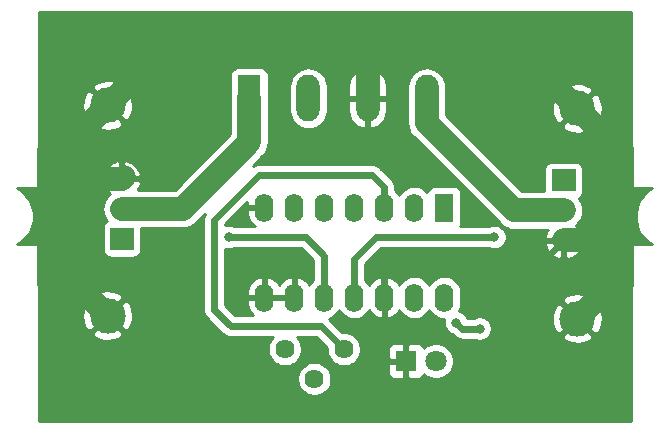
<source format=gbr>
%TF.GenerationSoftware,KiCad,Pcbnew,(5.1.6)-1*%
%TF.CreationDate,2021-10-24T20:30:52+03:00*%
%TF.ProjectId,INTERVER_OSCILLATER,494e5445-5256-4455-925f-4f5343494c4c,0*%
%TF.SameCoordinates,Original*%
%TF.FileFunction,Copper,L2,Bot*%
%TF.FilePolarity,Positive*%
%FSLAX46Y46*%
G04 Gerber Fmt 4.6, Leading zero omitted, Abs format (unit mm)*
G04 Created by KiCad (PCBNEW (5.1.6)-1) date 2021-10-24 20:30:52*
%MOMM*%
%LPD*%
G01*
G04 APERTURE LIST*
%TA.AperFunction,ComponentPad*%
%ADD10C,3.000000*%
%TD*%
%TA.AperFunction,ComponentPad*%
%ADD11R,1.980000X3.960000*%
%TD*%
%TA.AperFunction,ComponentPad*%
%ADD12O,1.980000X3.960000*%
%TD*%
%TA.AperFunction,ComponentPad*%
%ADD13R,1.600000X2.400000*%
%TD*%
%TA.AperFunction,ComponentPad*%
%ADD14O,1.600000X2.400000*%
%TD*%
%TA.AperFunction,ComponentPad*%
%ADD15R,1.800000X1.800000*%
%TD*%
%TA.AperFunction,ComponentPad*%
%ADD16C,1.800000*%
%TD*%
%TA.AperFunction,ComponentPad*%
%ADD17O,2.000000X1.905000*%
%TD*%
%TA.AperFunction,ComponentPad*%
%ADD18R,2.000000X1.905000*%
%TD*%
%TA.AperFunction,ComponentPad*%
%ADD19C,1.620000*%
%TD*%
%TA.AperFunction,ViaPad*%
%ADD20C,0.800000*%
%TD*%
%TA.AperFunction,Conductor*%
%ADD21C,0.580000*%
%TD*%
%TA.AperFunction,Conductor*%
%ADD22C,2.000000*%
%TD*%
%TA.AperFunction,Conductor*%
%ADD23C,0.254000*%
%TD*%
G04 APERTURE END LIST*
D10*
%TO.P,HS1,1*%
%TO.N,GND*%
X175750000Y-105650000D03*
X175750000Y-87850000D03*
%TD*%
%TO.P,HS2,1*%
%TO.N,GND*%
X136000000Y-105400000D03*
X136000000Y-87600000D03*
%TD*%
D11*
%TO.P,J1,1*%
%TO.N,/T_SIDE_1*%
X148000000Y-87000000D03*
D12*
%TO.P,J1,2*%
%TO.N,VCC*%
X153000000Y-87000000D03*
%TO.P,J1,4*%
%TO.N,/T_SIDE_2*%
X163000000Y-87000000D03*
%TO.P,J1,3*%
%TO.N,GND*%
X158000000Y-87000000D03*
%TD*%
D13*
%TO.P,U1,1*%
%TO.N,Net-(C1-Pad1)*%
X164500000Y-96250000D03*
D14*
%TO.P,U1,8*%
%TO.N,GND*%
X149260000Y-103870000D03*
%TO.P,U1,2*%
%TO.N,Net-(RV1-Pad3)*%
X161960000Y-96250000D03*
%TO.P,U1,9*%
%TO.N,GND*%
X151800000Y-103870000D03*
%TO.P,U1,3*%
%TO.N,Net-(C1-Pad2)*%
X159420000Y-96250000D03*
%TO.P,U1,10*%
%TO.N,Net-(R2-Pad2)*%
X154340000Y-103870000D03*
%TO.P,U1,4*%
%TO.N,Net-(R1-Pad1)*%
X156880000Y-96250000D03*
%TO.P,U1,11*%
%TO.N,Net-(R3-Pad2)*%
X156880000Y-103870000D03*
%TO.P,U1,5*%
%TO.N,Net-(R1-Pad1)*%
X154340000Y-96250000D03*
%TO.P,U1,12*%
%TO.N,GND*%
X159420000Y-103870000D03*
%TO.P,U1,6*%
%TO.N,Net-(R1-Pad1)*%
X151800000Y-96250000D03*
%TO.P,U1,13*%
%TO.N,Net-(U1-Pad13)*%
X161960000Y-103870000D03*
%TO.P,U1,7*%
%TO.N,GND*%
X149260000Y-96250000D03*
%TO.P,U1,14*%
%TO.N,Net-(R1-Pad1)*%
X164500000Y-103870000D03*
%TD*%
D15*
%TO.P,D1,1*%
%TO.N,GND*%
X161250000Y-109250000D03*
D16*
%TO.P,D1,2*%
%TO.N,Net-(D1-Pad2)*%
X163790000Y-109250000D03*
%TD*%
D17*
%TO.P,Q1,3*%
%TO.N,GND*%
X174600000Y-99040000D03*
%TO.P,Q1,2*%
%TO.N,/T_SIDE_2*%
X174600000Y-96500000D03*
D18*
%TO.P,Q1,1*%
%TO.N,Net-(Q1-Pad1)*%
X174600000Y-93960000D03*
%TD*%
%TO.P,Q2,1*%
%TO.N,Net-(Q2-Pad1)*%
X137200000Y-98900000D03*
D17*
%TO.P,Q2,2*%
%TO.N,/T_SIDE_1*%
X137200000Y-96360000D03*
%TO.P,Q2,3*%
%TO.N,GND*%
X137200000Y-93820000D03*
%TD*%
D19*
%TO.P,RV1,3*%
%TO.N,Net-(RV1-Pad3)*%
X151000000Y-108250000D03*
%TO.P,RV1,2*%
%TO.N,Net-(C1-Pad2)*%
X153500000Y-110750000D03*
%TO.P,RV1,1*%
X156000000Y-108250000D03*
%TD*%
D20*
%TO.N,VCC*%
X167500000Y-106500000D03*
X165500000Y-106000000D03*
%TO.N,Net-(R2-Pad2)*%
X146250000Y-98750000D03*
%TO.N,Net-(R3-Pad2)*%
X168750000Y-98750000D03*
%TD*%
D21*
%TO.N,Net-(C1-Pad2)*%
X159420000Y-96250000D02*
X159420000Y-94520000D01*
X159420000Y-94520000D02*
X158400000Y-93500000D01*
X158400000Y-93500000D02*
X148800000Y-93500000D01*
X148800000Y-93500000D02*
X145000000Y-97300000D01*
X145000000Y-97300000D02*
X145000000Y-104900000D01*
X145000000Y-104900000D02*
X146400000Y-106300000D01*
X154050000Y-106300000D02*
X156000000Y-108250000D01*
X146400000Y-106300000D02*
X154050000Y-106300000D01*
D22*
%TO.N,GND*%
X137350000Y-93670000D02*
X137200000Y-93820000D01*
X177249999Y-104150001D02*
X175750000Y-105650000D01*
X175750000Y-87850000D02*
X177249999Y-89349999D01*
X176740000Y-99040000D02*
X177249999Y-99549999D01*
X174600000Y-99040000D02*
X176740000Y-99040000D01*
X177249999Y-89349999D02*
X177249999Y-99549999D01*
X177249999Y-99549999D02*
X177249999Y-104150001D01*
X134500001Y-89099999D02*
X136000000Y-87600000D01*
X136000000Y-105400000D02*
X134500001Y-103900001D01*
X134880000Y-93820000D02*
X134500001Y-94199999D01*
X137200000Y-93820000D02*
X134880000Y-93820000D01*
X134500001Y-103900001D02*
X134500001Y-94199999D01*
X134500001Y-94199999D02*
X134500001Y-89099999D01*
D21*
X159739999Y-100350001D02*
X159420000Y-100670000D01*
X159420000Y-100670000D02*
X159420000Y-103870000D01*
X173289999Y-100350001D02*
X159739999Y-100350001D01*
X174600000Y-99040000D02*
X173289999Y-100350001D01*
D22*
X136000000Y-87600000D02*
X140600000Y-83000000D01*
X170900000Y-83000000D02*
X175750000Y-87850000D01*
X158000000Y-83500000D02*
X158500000Y-83000000D01*
X158000000Y-87000000D02*
X158000000Y-83500000D01*
X140600000Y-83000000D02*
X158500000Y-83000000D01*
X158500000Y-83000000D02*
X170900000Y-83000000D01*
%TO.N,/T_SIDE_1*%
X148000000Y-87000000D02*
X148000000Y-90700000D01*
X142340000Y-96360000D02*
X137200000Y-96360000D01*
X148000000Y-90700000D02*
X142340000Y-96360000D01*
D21*
%TO.N,VCC*%
X167500000Y-106500000D02*
X166000000Y-106500000D01*
X166000000Y-106500000D02*
X165500000Y-106000000D01*
D22*
%TO.N,/T_SIDE_2*%
X163000000Y-87000000D02*
X163000000Y-89100000D01*
X170400000Y-96500000D02*
X174600000Y-96500000D01*
X163000000Y-89100000D02*
X170400000Y-96500000D01*
D21*
%TO.N,Net-(R2-Pad2)*%
X154340000Y-100340000D02*
X154340000Y-103870000D01*
X152750000Y-98750000D02*
X154340000Y-100340000D01*
X146250000Y-98750000D02*
X152750000Y-98750000D01*
%TO.N,Net-(R3-Pad2)*%
X158750000Y-98750000D02*
X168750000Y-98750000D01*
X156880000Y-100620000D02*
X158750000Y-98750000D01*
X156880000Y-103870000D02*
X156880000Y-100620000D01*
%TD*%
D23*
%TO.N,GND*%
G36*
X180340000Y-91032418D02*
G01*
X180349550Y-91129382D01*
X180373000Y-91206685D01*
X180373000Y-94500000D01*
X180375440Y-94524776D01*
X180382667Y-94548601D01*
X180394403Y-94570557D01*
X180410197Y-94589803D01*
X180429443Y-94605597D01*
X180451399Y-94617333D01*
X180475224Y-94624560D01*
X180500000Y-94627000D01*
X182078990Y-94627000D01*
X181699225Y-94880751D01*
X181319199Y-95260777D01*
X181020614Y-95707641D01*
X180814945Y-96204169D01*
X180710096Y-96731281D01*
X180710096Y-97268719D01*
X180814945Y-97795831D01*
X181020614Y-98292359D01*
X181319199Y-98739223D01*
X181699225Y-99119249D01*
X182078990Y-99373000D01*
X180500000Y-99373000D01*
X180475224Y-99375440D01*
X180451399Y-99382667D01*
X180429443Y-99394403D01*
X180410197Y-99410197D01*
X180394403Y-99429443D01*
X180382667Y-99451399D01*
X180375440Y-99475224D01*
X180373000Y-99500000D01*
X180373000Y-102793315D01*
X180349550Y-102870618D01*
X180340000Y-102967582D01*
X180340001Y-114340000D01*
X130160000Y-114340000D01*
X130160000Y-110607680D01*
X152055000Y-110607680D01*
X152055000Y-110892320D01*
X152110530Y-111171491D01*
X152219457Y-111434464D01*
X152377595Y-111671134D01*
X152578866Y-111872405D01*
X152815536Y-112030543D01*
X153078509Y-112139470D01*
X153357680Y-112195000D01*
X153642320Y-112195000D01*
X153921491Y-112139470D01*
X154184464Y-112030543D01*
X154421134Y-111872405D01*
X154622405Y-111671134D01*
X154780543Y-111434464D01*
X154889470Y-111171491D01*
X154945000Y-110892320D01*
X154945000Y-110607680D01*
X154889470Y-110328509D01*
X154815530Y-110150000D01*
X159711928Y-110150000D01*
X159724188Y-110274482D01*
X159760498Y-110394180D01*
X159819463Y-110504494D01*
X159898815Y-110601185D01*
X159995506Y-110680537D01*
X160105820Y-110739502D01*
X160225518Y-110775812D01*
X160350000Y-110788072D01*
X160964250Y-110785000D01*
X161123000Y-110626250D01*
X161123000Y-109377000D01*
X159873750Y-109377000D01*
X159715000Y-109535750D01*
X159711928Y-110150000D01*
X154815530Y-110150000D01*
X154780543Y-110065536D01*
X154622405Y-109828866D01*
X154421134Y-109627595D01*
X154184464Y-109469457D01*
X153921491Y-109360530D01*
X153642320Y-109305000D01*
X153357680Y-109305000D01*
X153078509Y-109360530D01*
X152815536Y-109469457D01*
X152578866Y-109627595D01*
X152377595Y-109828866D01*
X152219457Y-110065536D01*
X152110530Y-110328509D01*
X152055000Y-110607680D01*
X130160000Y-110607680D01*
X130160000Y-106891653D01*
X134687952Y-106891653D01*
X134843962Y-107207214D01*
X135218745Y-107398020D01*
X135623551Y-107512044D01*
X136042824Y-107544902D01*
X136460451Y-107495334D01*
X136860383Y-107365243D01*
X137156038Y-107207214D01*
X137312048Y-106891653D01*
X136000000Y-105579605D01*
X134687952Y-106891653D01*
X130160000Y-106891653D01*
X130160000Y-105442824D01*
X133855098Y-105442824D01*
X133904666Y-105860451D01*
X134034757Y-106260383D01*
X134192786Y-106556038D01*
X134508347Y-106712048D01*
X135820395Y-105400000D01*
X136179605Y-105400000D01*
X137491653Y-106712048D01*
X137807214Y-106556038D01*
X137998020Y-106181255D01*
X138112044Y-105776449D01*
X138144902Y-105357176D01*
X138095334Y-104939549D01*
X137965243Y-104539617D01*
X137807214Y-104243962D01*
X137491653Y-104087952D01*
X136179605Y-105400000D01*
X135820395Y-105400000D01*
X134508347Y-104087952D01*
X134192786Y-104243962D01*
X134001980Y-104618745D01*
X133887956Y-105023551D01*
X133855098Y-105442824D01*
X130160000Y-105442824D01*
X130160000Y-103908347D01*
X134687952Y-103908347D01*
X136000000Y-105220395D01*
X137312048Y-103908347D01*
X137156038Y-103592786D01*
X136781255Y-103401980D01*
X136376449Y-103287956D01*
X135957176Y-103255098D01*
X135539549Y-103304666D01*
X135139617Y-103434757D01*
X134843962Y-103592786D01*
X134687952Y-103908347D01*
X130160000Y-103908347D01*
X130160000Y-102967581D01*
X130150450Y-102870617D01*
X130127000Y-102793314D01*
X130127000Y-99500000D01*
X130124560Y-99475224D01*
X130117333Y-99451399D01*
X130105597Y-99429443D01*
X130089803Y-99410197D01*
X130070557Y-99394403D01*
X130048601Y-99382667D01*
X130024776Y-99375440D01*
X130000000Y-99373000D01*
X128359458Y-99373000D01*
X128739223Y-99119249D01*
X129119249Y-98739223D01*
X129417834Y-98292359D01*
X129623503Y-97795831D01*
X129728352Y-97268719D01*
X129728352Y-96731281D01*
X129654500Y-96360000D01*
X135557089Y-96360000D01*
X135588657Y-96680516D01*
X135682148Y-96988715D01*
X135833969Y-97272752D01*
X135919751Y-97377278D01*
X135845506Y-97416963D01*
X135748815Y-97496315D01*
X135669463Y-97593006D01*
X135610498Y-97703320D01*
X135574188Y-97823018D01*
X135561928Y-97947500D01*
X135561928Y-99852500D01*
X135574188Y-99976982D01*
X135610498Y-100096680D01*
X135669463Y-100206994D01*
X135748815Y-100303685D01*
X135845506Y-100383037D01*
X135955820Y-100442002D01*
X136075518Y-100478312D01*
X136200000Y-100490572D01*
X138200000Y-100490572D01*
X138324482Y-100478312D01*
X138444180Y-100442002D01*
X138554494Y-100383037D01*
X138651185Y-100303685D01*
X138730537Y-100206994D01*
X138789502Y-100096680D01*
X138825812Y-99976982D01*
X138838072Y-99852500D01*
X138838072Y-97995000D01*
X142259681Y-97995000D01*
X142340000Y-98002911D01*
X142420319Y-97995000D01*
X142420322Y-97995000D01*
X142660516Y-97971343D01*
X142968715Y-97877852D01*
X143252752Y-97726031D01*
X143501714Y-97521714D01*
X143552925Y-97459313D01*
X144225498Y-96786740D01*
X144141277Y-96944306D01*
X144088385Y-97118669D01*
X144075000Y-97254566D01*
X144075000Y-97254573D01*
X144070526Y-97300000D01*
X144075000Y-97345427D01*
X144075001Y-104854563D01*
X144070526Y-104900000D01*
X144088385Y-105081331D01*
X144141277Y-105255694D01*
X144227170Y-105416388D01*
X144313799Y-105521946D01*
X144313802Y-105521949D01*
X144342763Y-105557238D01*
X144378052Y-105586199D01*
X145713801Y-106921949D01*
X145742762Y-106957238D01*
X145778051Y-106986199D01*
X145778053Y-106986201D01*
X145837515Y-107035000D01*
X145883611Y-107072830D01*
X146044305Y-107158723D01*
X146218668Y-107211615D01*
X146354565Y-107225000D01*
X146354573Y-107225000D01*
X146400000Y-107229474D01*
X146445427Y-107225000D01*
X149981461Y-107225000D01*
X149877595Y-107328866D01*
X149719457Y-107565536D01*
X149610530Y-107828509D01*
X149555000Y-108107680D01*
X149555000Y-108392320D01*
X149610530Y-108671491D01*
X149719457Y-108934464D01*
X149877595Y-109171134D01*
X150078866Y-109372405D01*
X150315536Y-109530543D01*
X150578509Y-109639470D01*
X150857680Y-109695000D01*
X151142320Y-109695000D01*
X151421491Y-109639470D01*
X151684464Y-109530543D01*
X151921134Y-109372405D01*
X152122405Y-109171134D01*
X152280543Y-108934464D01*
X152389470Y-108671491D01*
X152445000Y-108392320D01*
X152445000Y-108107680D01*
X152389470Y-107828509D01*
X152280543Y-107565536D01*
X152122405Y-107328866D01*
X152018539Y-107225000D01*
X153666853Y-107225000D01*
X154555000Y-108113147D01*
X154555000Y-108392320D01*
X154610530Y-108671491D01*
X154719457Y-108934464D01*
X154877595Y-109171134D01*
X155078866Y-109372405D01*
X155315536Y-109530543D01*
X155578509Y-109639470D01*
X155857680Y-109695000D01*
X156142320Y-109695000D01*
X156421491Y-109639470D01*
X156684464Y-109530543D01*
X156921134Y-109372405D01*
X157122405Y-109171134D01*
X157280543Y-108934464D01*
X157389470Y-108671491D01*
X157445000Y-108392320D01*
X157445000Y-108350000D01*
X159711928Y-108350000D01*
X159715000Y-108964250D01*
X159873750Y-109123000D01*
X161123000Y-109123000D01*
X161123000Y-107873750D01*
X161377000Y-107873750D01*
X161377000Y-109123000D01*
X161397000Y-109123000D01*
X161397000Y-109377000D01*
X161377000Y-109377000D01*
X161377000Y-110626250D01*
X161535750Y-110785000D01*
X162150000Y-110788072D01*
X162274482Y-110775812D01*
X162394180Y-110739502D01*
X162504494Y-110680537D01*
X162601185Y-110601185D01*
X162680537Y-110504494D01*
X162739502Y-110394180D01*
X162745056Y-110375873D01*
X162811495Y-110442312D01*
X163062905Y-110610299D01*
X163342257Y-110726011D01*
X163638816Y-110785000D01*
X163941184Y-110785000D01*
X164237743Y-110726011D01*
X164517095Y-110610299D01*
X164768505Y-110442312D01*
X164982312Y-110228505D01*
X165150299Y-109977095D01*
X165266011Y-109697743D01*
X165325000Y-109401184D01*
X165325000Y-109098816D01*
X165266011Y-108802257D01*
X165150299Y-108522905D01*
X164982312Y-108271495D01*
X164768505Y-108057688D01*
X164517095Y-107889701D01*
X164237743Y-107773989D01*
X163941184Y-107715000D01*
X163638816Y-107715000D01*
X163342257Y-107773989D01*
X163062905Y-107889701D01*
X162811495Y-108057688D01*
X162745056Y-108124127D01*
X162739502Y-108105820D01*
X162680537Y-107995506D01*
X162601185Y-107898815D01*
X162504494Y-107819463D01*
X162394180Y-107760498D01*
X162274482Y-107724188D01*
X162150000Y-107711928D01*
X161535750Y-107715000D01*
X161377000Y-107873750D01*
X161123000Y-107873750D01*
X160964250Y-107715000D01*
X160350000Y-107711928D01*
X160225518Y-107724188D01*
X160105820Y-107760498D01*
X159995506Y-107819463D01*
X159898815Y-107898815D01*
X159819463Y-107995506D01*
X159760498Y-108105820D01*
X159724188Y-108225518D01*
X159711928Y-108350000D01*
X157445000Y-108350000D01*
X157445000Y-108107680D01*
X157389470Y-107828509D01*
X157280543Y-107565536D01*
X157122405Y-107328866D01*
X156921134Y-107127595D01*
X156684464Y-106969457D01*
X156421491Y-106860530D01*
X156142320Y-106805000D01*
X155863147Y-106805000D01*
X154736204Y-105678057D01*
X154717362Y-105655099D01*
X154891807Y-105602182D01*
X155141100Y-105468932D01*
X155359607Y-105289608D01*
X155538932Y-105071101D01*
X155610000Y-104938142D01*
X155681068Y-105071100D01*
X155860392Y-105289607D01*
X156078899Y-105468932D01*
X156328192Y-105602182D01*
X156598691Y-105684236D01*
X156880000Y-105711943D01*
X157161308Y-105684236D01*
X157431807Y-105602182D01*
X157681100Y-105468932D01*
X157899607Y-105289608D01*
X158078932Y-105071101D01*
X158147265Y-104943259D01*
X158297399Y-105172839D01*
X158495105Y-105374500D01*
X158728354Y-105533715D01*
X158988182Y-105644367D01*
X159070961Y-105661904D01*
X159293000Y-105539915D01*
X159293000Y-103997000D01*
X159273000Y-103997000D01*
X159273000Y-103743000D01*
X159293000Y-103743000D01*
X159293000Y-102200085D01*
X159547000Y-102200085D01*
X159547000Y-103743000D01*
X159567000Y-103743000D01*
X159567000Y-103997000D01*
X159547000Y-103997000D01*
X159547000Y-105539915D01*
X159769039Y-105661904D01*
X159851818Y-105644367D01*
X160111646Y-105533715D01*
X160344895Y-105374500D01*
X160542601Y-105172839D01*
X160692735Y-104943258D01*
X160761068Y-105071100D01*
X160940392Y-105289607D01*
X161158899Y-105468932D01*
X161408192Y-105602182D01*
X161678691Y-105684236D01*
X161960000Y-105711943D01*
X162241308Y-105684236D01*
X162511807Y-105602182D01*
X162761100Y-105468932D01*
X162979607Y-105289608D01*
X163158932Y-105071101D01*
X163230000Y-104938142D01*
X163301068Y-105071100D01*
X163480392Y-105289607D01*
X163698899Y-105468932D01*
X163948192Y-105602182D01*
X164218691Y-105684236D01*
X164500000Y-105711943D01*
X164502061Y-105711740D01*
X164465000Y-105898061D01*
X164465000Y-106101939D01*
X164504774Y-106301898D01*
X164582795Y-106490256D01*
X164696063Y-106659774D01*
X164840226Y-106803937D01*
X165009744Y-106917205D01*
X165179284Y-106987431D01*
X165313796Y-107121943D01*
X165342762Y-107157238D01*
X165483611Y-107272830D01*
X165588447Y-107328866D01*
X165644305Y-107358723D01*
X165818668Y-107411615D01*
X166000000Y-107429475D01*
X166045434Y-107425000D01*
X167028563Y-107425000D01*
X167198102Y-107495226D01*
X167398061Y-107535000D01*
X167601939Y-107535000D01*
X167801898Y-107495226D01*
X167990256Y-107417205D01*
X168159774Y-107303937D01*
X168303937Y-107159774D01*
X168316045Y-107141653D01*
X174437952Y-107141653D01*
X174593962Y-107457214D01*
X174968745Y-107648020D01*
X175373551Y-107762044D01*
X175792824Y-107794902D01*
X176210451Y-107745334D01*
X176610383Y-107615243D01*
X176906038Y-107457214D01*
X177062048Y-107141653D01*
X175750000Y-105829605D01*
X174437952Y-107141653D01*
X168316045Y-107141653D01*
X168417205Y-106990256D01*
X168495226Y-106801898D01*
X168535000Y-106601939D01*
X168535000Y-106398061D01*
X168495226Y-106198102D01*
X168417205Y-106009744D01*
X168303937Y-105840226D01*
X168159774Y-105696063D01*
X168154927Y-105692824D01*
X173605098Y-105692824D01*
X173654666Y-106110451D01*
X173784757Y-106510383D01*
X173942786Y-106806038D01*
X174258347Y-106962048D01*
X175570395Y-105650000D01*
X175929605Y-105650000D01*
X177241653Y-106962048D01*
X177557214Y-106806038D01*
X177748020Y-106431255D01*
X177862044Y-106026449D01*
X177894902Y-105607176D01*
X177845334Y-105189549D01*
X177715243Y-104789617D01*
X177557214Y-104493962D01*
X177241653Y-104337952D01*
X175929605Y-105650000D01*
X175570395Y-105650000D01*
X174258347Y-104337952D01*
X173942786Y-104493962D01*
X173751980Y-104868745D01*
X173637956Y-105273551D01*
X173605098Y-105692824D01*
X168154927Y-105692824D01*
X167990256Y-105582795D01*
X167801898Y-105504774D01*
X167601939Y-105465000D01*
X167398061Y-105465000D01*
X167198102Y-105504774D01*
X167028563Y-105575000D01*
X166444235Y-105575000D01*
X166417205Y-105509744D01*
X166303937Y-105340226D01*
X166159774Y-105196063D01*
X165990256Y-105082795D01*
X165801898Y-105004774D01*
X165740873Y-104992635D01*
X165832182Y-104821808D01*
X165914236Y-104551309D01*
X165935000Y-104340492D01*
X165935000Y-104158347D01*
X174437952Y-104158347D01*
X175750000Y-105470395D01*
X177062048Y-104158347D01*
X176906038Y-103842786D01*
X176531255Y-103651980D01*
X176126449Y-103537956D01*
X175707176Y-103505098D01*
X175289549Y-103554666D01*
X174889617Y-103684757D01*
X174593962Y-103842786D01*
X174437952Y-104158347D01*
X165935000Y-104158347D01*
X165935000Y-103399509D01*
X165914236Y-103188691D01*
X165832182Y-102918192D01*
X165698932Y-102668899D01*
X165519608Y-102450392D01*
X165301101Y-102271068D01*
X165051808Y-102137818D01*
X164781309Y-102055764D01*
X164500000Y-102028057D01*
X164218692Y-102055764D01*
X163948193Y-102137818D01*
X163698900Y-102271068D01*
X163480393Y-102450392D01*
X163301068Y-102668899D01*
X163230000Y-102801858D01*
X163158932Y-102668899D01*
X162979608Y-102450392D01*
X162761101Y-102271068D01*
X162511808Y-102137818D01*
X162241309Y-102055764D01*
X161960000Y-102028057D01*
X161678692Y-102055764D01*
X161408193Y-102137818D01*
X161158900Y-102271068D01*
X160940393Y-102450392D01*
X160761068Y-102668899D01*
X160692735Y-102796741D01*
X160542601Y-102567161D01*
X160344895Y-102365500D01*
X160111646Y-102206285D01*
X159851818Y-102095633D01*
X159769039Y-102078096D01*
X159547000Y-102200085D01*
X159293000Y-102200085D01*
X159070961Y-102078096D01*
X158988182Y-102095633D01*
X158728354Y-102206285D01*
X158495105Y-102365500D01*
X158297399Y-102567161D01*
X158147265Y-102796741D01*
X158078932Y-102668899D01*
X157899608Y-102450392D01*
X157805000Y-102372749D01*
X157805000Y-101003147D01*
X159133147Y-99675000D01*
X168278563Y-99675000D01*
X168448102Y-99745226D01*
X168648061Y-99785000D01*
X168851939Y-99785000D01*
X169051898Y-99745226D01*
X169240256Y-99667205D01*
X169409774Y-99553937D01*
X169550731Y-99412980D01*
X173009437Y-99412980D01*
X173080429Y-99631094D01*
X173224031Y-99906923D01*
X173418685Y-100149437D01*
X173656911Y-100349316D01*
X173929554Y-100498879D01*
X174226137Y-100592378D01*
X174473000Y-100465570D01*
X174473000Y-99167000D01*
X174727000Y-99167000D01*
X174727000Y-100465570D01*
X174973863Y-100592378D01*
X175270446Y-100498879D01*
X175543089Y-100349316D01*
X175781315Y-100149437D01*
X175975969Y-99906923D01*
X176119571Y-99631094D01*
X176190563Y-99412980D01*
X176070594Y-99167000D01*
X174727000Y-99167000D01*
X174473000Y-99167000D01*
X173129406Y-99167000D01*
X173009437Y-99412980D01*
X169550731Y-99412980D01*
X169553937Y-99409774D01*
X169667205Y-99240256D01*
X169745226Y-99051898D01*
X169785000Y-98851939D01*
X169785000Y-98648061D01*
X169745226Y-98448102D01*
X169667205Y-98259744D01*
X169553937Y-98090226D01*
X169409774Y-97946063D01*
X169240256Y-97832795D01*
X169051898Y-97754774D01*
X168851939Y-97715000D01*
X168648061Y-97715000D01*
X168448102Y-97754774D01*
X168278563Y-97825000D01*
X165813708Y-97825000D01*
X165830537Y-97804494D01*
X165889502Y-97694180D01*
X165925812Y-97574482D01*
X165938072Y-97450000D01*
X165938072Y-95050000D01*
X165925812Y-94925518D01*
X165889502Y-94805820D01*
X165830537Y-94695506D01*
X165751185Y-94598815D01*
X165654494Y-94519463D01*
X165544180Y-94460498D01*
X165424482Y-94424188D01*
X165300000Y-94411928D01*
X163700000Y-94411928D01*
X163575518Y-94424188D01*
X163455820Y-94460498D01*
X163345506Y-94519463D01*
X163248815Y-94598815D01*
X163169463Y-94695506D01*
X163110498Y-94805820D01*
X163074188Y-94925518D01*
X163072419Y-94943482D01*
X162979608Y-94830392D01*
X162761101Y-94651068D01*
X162511808Y-94517818D01*
X162241309Y-94435764D01*
X161960000Y-94408057D01*
X161678692Y-94435764D01*
X161408193Y-94517818D01*
X161158900Y-94651068D01*
X160940393Y-94830392D01*
X160761068Y-95048899D01*
X160690000Y-95181858D01*
X160618932Y-95048899D01*
X160439608Y-94830392D01*
X160345000Y-94752749D01*
X160345000Y-94565434D01*
X160349475Y-94520000D01*
X160341658Y-94440629D01*
X160331615Y-94338668D01*
X160278723Y-94164305D01*
X160192830Y-94003611D01*
X160109912Y-93902575D01*
X160106201Y-93898053D01*
X160106199Y-93898051D01*
X160077238Y-93862762D01*
X160041949Y-93833801D01*
X159086203Y-92878056D01*
X159057238Y-92842762D01*
X158916389Y-92727170D01*
X158755695Y-92641277D01*
X158581332Y-92588385D01*
X158445435Y-92575000D01*
X158445427Y-92575000D01*
X158400000Y-92570526D01*
X158354573Y-92575000D01*
X148845434Y-92575000D01*
X148800000Y-92570525D01*
X148754566Y-92575000D01*
X148754565Y-92575000D01*
X148618668Y-92588385D01*
X148444305Y-92641277D01*
X148286743Y-92725496D01*
X149099319Y-91912920D01*
X149161714Y-91861714D01*
X149366031Y-91612752D01*
X149517852Y-91328715D01*
X149524782Y-91305871D01*
X149611343Y-91020517D01*
X149642911Y-90700000D01*
X149635000Y-90619678D01*
X149635000Y-86919678D01*
X149628072Y-86849337D01*
X149628072Y-85930177D01*
X151375000Y-85930177D01*
X151375001Y-88069824D01*
X151398514Y-88308556D01*
X151491433Y-88614869D01*
X151642326Y-88897170D01*
X151845393Y-89144608D01*
X152092831Y-89347675D01*
X152375132Y-89498568D01*
X152681445Y-89591487D01*
X153000000Y-89622862D01*
X153318556Y-89591487D01*
X153624869Y-89498568D01*
X153907170Y-89347675D01*
X154154608Y-89144608D01*
X154357675Y-88897170D01*
X154508568Y-88614869D01*
X154601487Y-88308556D01*
X154625000Y-88069824D01*
X154625000Y-87127000D01*
X156375000Y-87127000D01*
X156375000Y-88117000D01*
X156431000Y-88431582D01*
X156547296Y-88729194D01*
X156719419Y-88998399D01*
X156940754Y-89228852D01*
X157202795Y-89411696D01*
X157495472Y-89539905D01*
X157621135Y-89570218D01*
X157873000Y-89450740D01*
X157873000Y-87127000D01*
X158127000Y-87127000D01*
X158127000Y-89450740D01*
X158378865Y-89570218D01*
X158504528Y-89539905D01*
X158797205Y-89411696D01*
X159059246Y-89228852D01*
X159182999Y-89100000D01*
X161357089Y-89100000D01*
X161388658Y-89420516D01*
X161482148Y-89728714D01*
X161528399Y-89815243D01*
X161633970Y-90012752D01*
X161838287Y-90261714D01*
X161900682Y-90312920D01*
X169187080Y-97599319D01*
X169238286Y-97661714D01*
X169487248Y-97866031D01*
X169771285Y-98017852D01*
X170079484Y-98111343D01*
X170319678Y-98135000D01*
X170319680Y-98135000D01*
X170399999Y-98142911D01*
X170480319Y-98135000D01*
X173254594Y-98135000D01*
X173224031Y-98173077D01*
X173080429Y-98448906D01*
X173009437Y-98667020D01*
X173129406Y-98913000D01*
X174473000Y-98913000D01*
X174473000Y-98893000D01*
X174727000Y-98893000D01*
X174727000Y-98913000D01*
X176070594Y-98913000D01*
X176190563Y-98667020D01*
X176119571Y-98448906D01*
X175975969Y-98173077D01*
X175781315Y-97930563D01*
X175609637Y-97786520D01*
X175761714Y-97661714D01*
X175966031Y-97412752D01*
X176117852Y-97128715D01*
X176211343Y-96820516D01*
X176242911Y-96500000D01*
X176211343Y-96179484D01*
X176117852Y-95871285D01*
X175966031Y-95587248D01*
X175880249Y-95482722D01*
X175954494Y-95443037D01*
X176051185Y-95363685D01*
X176130537Y-95266994D01*
X176189502Y-95156680D01*
X176225812Y-95036982D01*
X176238072Y-94912500D01*
X176238072Y-93007500D01*
X176225812Y-92883018D01*
X176189502Y-92763320D01*
X176130537Y-92653006D01*
X176051185Y-92556315D01*
X175954494Y-92476963D01*
X175844180Y-92417998D01*
X175724482Y-92381688D01*
X175600000Y-92369428D01*
X173600000Y-92369428D01*
X173475518Y-92381688D01*
X173355820Y-92417998D01*
X173245506Y-92476963D01*
X173148815Y-92556315D01*
X173069463Y-92653006D01*
X173010498Y-92763320D01*
X172974188Y-92883018D01*
X172961928Y-93007500D01*
X172961928Y-94865000D01*
X171077239Y-94865000D01*
X165553892Y-89341653D01*
X174437952Y-89341653D01*
X174593962Y-89657214D01*
X174968745Y-89848020D01*
X175373551Y-89962044D01*
X175792824Y-89994902D01*
X176210451Y-89945334D01*
X176610383Y-89815243D01*
X176906038Y-89657214D01*
X177062048Y-89341653D01*
X175750000Y-88029605D01*
X174437952Y-89341653D01*
X165553892Y-89341653D01*
X164635000Y-88422762D01*
X164635000Y-87892824D01*
X173605098Y-87892824D01*
X173654666Y-88310451D01*
X173784757Y-88710383D01*
X173942786Y-89006038D01*
X174258347Y-89162048D01*
X175570395Y-87850000D01*
X175929605Y-87850000D01*
X177241653Y-89162048D01*
X177557214Y-89006038D01*
X177748020Y-88631255D01*
X177862044Y-88226449D01*
X177894902Y-87807176D01*
X177845334Y-87389549D01*
X177715243Y-86989617D01*
X177557214Y-86693962D01*
X177241653Y-86537952D01*
X175929605Y-87850000D01*
X175570395Y-87850000D01*
X174258347Y-86537952D01*
X173942786Y-86693962D01*
X173751980Y-87068745D01*
X173637956Y-87473551D01*
X173605098Y-87892824D01*
X164635000Y-87892824D01*
X164635000Y-86919678D01*
X164625000Y-86818146D01*
X164625000Y-86358347D01*
X174437952Y-86358347D01*
X175750000Y-87670395D01*
X177062048Y-86358347D01*
X176906038Y-86042786D01*
X176531255Y-85851980D01*
X176126449Y-85737956D01*
X175707176Y-85705098D01*
X175289549Y-85754666D01*
X174889617Y-85884757D01*
X174593962Y-86042786D01*
X174437952Y-86358347D01*
X164625000Y-86358347D01*
X164625000Y-85930176D01*
X164601487Y-85691444D01*
X164508568Y-85385131D01*
X164357675Y-85102830D01*
X164154608Y-84855392D01*
X163907169Y-84652325D01*
X163624868Y-84501432D01*
X163318555Y-84408513D01*
X163000000Y-84377138D01*
X162681444Y-84408513D01*
X162375131Y-84501432D01*
X162092830Y-84652325D01*
X161845392Y-84855392D01*
X161642325Y-85102831D01*
X161491432Y-85385132D01*
X161398513Y-85691445D01*
X161375000Y-85930177D01*
X161375000Y-86818143D01*
X161365000Y-86919679D01*
X161365001Y-89019671D01*
X161357089Y-89100000D01*
X159182999Y-89100000D01*
X159280581Y-88998399D01*
X159452704Y-88729194D01*
X159569000Y-88431582D01*
X159625000Y-88117000D01*
X159625000Y-87127000D01*
X158127000Y-87127000D01*
X157873000Y-87127000D01*
X156375000Y-87127000D01*
X154625000Y-87127000D01*
X154625000Y-85930176D01*
X154620354Y-85883000D01*
X156375000Y-85883000D01*
X156375000Y-86873000D01*
X157873000Y-86873000D01*
X157873000Y-84549260D01*
X158127000Y-84549260D01*
X158127000Y-86873000D01*
X159625000Y-86873000D01*
X159625000Y-85883000D01*
X159569000Y-85568418D01*
X159452704Y-85270806D01*
X159280581Y-85001601D01*
X159059246Y-84771148D01*
X158797205Y-84588304D01*
X158504528Y-84460095D01*
X158378865Y-84429782D01*
X158127000Y-84549260D01*
X157873000Y-84549260D01*
X157621135Y-84429782D01*
X157495472Y-84460095D01*
X157202795Y-84588304D01*
X156940754Y-84771148D01*
X156719419Y-85001601D01*
X156547296Y-85270806D01*
X156431000Y-85568418D01*
X156375000Y-85883000D01*
X154620354Y-85883000D01*
X154601487Y-85691444D01*
X154508568Y-85385131D01*
X154357675Y-85102830D01*
X154154608Y-84855392D01*
X153907169Y-84652325D01*
X153624868Y-84501432D01*
X153318555Y-84408513D01*
X153000000Y-84377138D01*
X152681444Y-84408513D01*
X152375131Y-84501432D01*
X152092830Y-84652325D01*
X151845392Y-84855392D01*
X151642325Y-85102831D01*
X151491432Y-85385132D01*
X151398513Y-85691445D01*
X151375000Y-85930177D01*
X149628072Y-85930177D01*
X149628072Y-85020000D01*
X149615812Y-84895518D01*
X149579502Y-84775820D01*
X149520537Y-84665506D01*
X149441185Y-84568815D01*
X149344494Y-84489463D01*
X149234180Y-84430498D01*
X149114482Y-84394188D01*
X148990000Y-84381928D01*
X147010000Y-84381928D01*
X146885518Y-84394188D01*
X146765820Y-84430498D01*
X146655506Y-84489463D01*
X146558815Y-84568815D01*
X146479463Y-84665506D01*
X146420498Y-84775820D01*
X146384188Y-84895518D01*
X146371928Y-85020000D01*
X146371928Y-86849338D01*
X146365000Y-86919679D01*
X146365001Y-90022760D01*
X141662762Y-94725000D01*
X138545406Y-94725000D01*
X138575969Y-94686923D01*
X138719571Y-94411094D01*
X138790563Y-94192980D01*
X138670594Y-93947000D01*
X137327000Y-93947000D01*
X137327000Y-93967000D01*
X137073000Y-93967000D01*
X137073000Y-93947000D01*
X135729406Y-93947000D01*
X135609437Y-94192980D01*
X135680429Y-94411094D01*
X135824031Y-94686923D01*
X136018685Y-94929437D01*
X136190363Y-95073480D01*
X136038286Y-95198286D01*
X135833969Y-95447248D01*
X135682148Y-95731285D01*
X135588657Y-96039484D01*
X135557089Y-96360000D01*
X129654500Y-96360000D01*
X129623503Y-96204169D01*
X129417834Y-95707641D01*
X129119249Y-95260777D01*
X128739223Y-94880751D01*
X128359458Y-94627000D01*
X130000000Y-94627000D01*
X130024776Y-94624560D01*
X130048601Y-94617333D01*
X130070557Y-94605597D01*
X130089803Y-94589803D01*
X130105597Y-94570557D01*
X130117333Y-94548601D01*
X130124560Y-94524776D01*
X130127000Y-94500000D01*
X130127000Y-93447020D01*
X135609437Y-93447020D01*
X135729406Y-93693000D01*
X137073000Y-93693000D01*
X137073000Y-92394430D01*
X137327000Y-92394430D01*
X137327000Y-93693000D01*
X138670594Y-93693000D01*
X138790563Y-93447020D01*
X138719571Y-93228906D01*
X138575969Y-92953077D01*
X138381315Y-92710563D01*
X138143089Y-92510684D01*
X137870446Y-92361121D01*
X137573863Y-92267622D01*
X137327000Y-92394430D01*
X137073000Y-92394430D01*
X136826137Y-92267622D01*
X136529554Y-92361121D01*
X136256911Y-92510684D01*
X136018685Y-92710563D01*
X135824031Y-92953077D01*
X135680429Y-93228906D01*
X135609437Y-93447020D01*
X130127000Y-93447020D01*
X130127000Y-91206686D01*
X130150450Y-91129383D01*
X130160000Y-91032419D01*
X130160000Y-89091653D01*
X134687952Y-89091653D01*
X134843962Y-89407214D01*
X135218745Y-89598020D01*
X135623551Y-89712044D01*
X136042824Y-89744902D01*
X136460451Y-89695334D01*
X136860383Y-89565243D01*
X137156038Y-89407214D01*
X137312048Y-89091653D01*
X136000000Y-87779605D01*
X134687952Y-89091653D01*
X130160000Y-89091653D01*
X130160000Y-87642824D01*
X133855098Y-87642824D01*
X133904666Y-88060451D01*
X134034757Y-88460383D01*
X134192786Y-88756038D01*
X134508347Y-88912048D01*
X135820395Y-87600000D01*
X136179605Y-87600000D01*
X137491653Y-88912048D01*
X137807214Y-88756038D01*
X137998020Y-88381255D01*
X138112044Y-87976449D01*
X138144902Y-87557176D01*
X138095334Y-87139549D01*
X137965243Y-86739617D01*
X137807214Y-86443962D01*
X137491653Y-86287952D01*
X136179605Y-87600000D01*
X135820395Y-87600000D01*
X134508347Y-86287952D01*
X134192786Y-86443962D01*
X134001980Y-86818745D01*
X133887956Y-87223551D01*
X133855098Y-87642824D01*
X130160000Y-87642824D01*
X130160000Y-86108347D01*
X134687952Y-86108347D01*
X136000000Y-87420395D01*
X137312048Y-86108347D01*
X137156038Y-85792786D01*
X136781255Y-85601980D01*
X136376449Y-85487956D01*
X135957176Y-85455098D01*
X135539549Y-85504666D01*
X135139617Y-85634757D01*
X134843962Y-85792786D01*
X134687952Y-86108347D01*
X130160000Y-86108347D01*
X130160000Y-79660000D01*
X180340001Y-79660000D01*
X180340000Y-91032418D01*
G37*
X180340000Y-91032418D02*
X180349550Y-91129382D01*
X180373000Y-91206685D01*
X180373000Y-94500000D01*
X180375440Y-94524776D01*
X180382667Y-94548601D01*
X180394403Y-94570557D01*
X180410197Y-94589803D01*
X180429443Y-94605597D01*
X180451399Y-94617333D01*
X180475224Y-94624560D01*
X180500000Y-94627000D01*
X182078990Y-94627000D01*
X181699225Y-94880751D01*
X181319199Y-95260777D01*
X181020614Y-95707641D01*
X180814945Y-96204169D01*
X180710096Y-96731281D01*
X180710096Y-97268719D01*
X180814945Y-97795831D01*
X181020614Y-98292359D01*
X181319199Y-98739223D01*
X181699225Y-99119249D01*
X182078990Y-99373000D01*
X180500000Y-99373000D01*
X180475224Y-99375440D01*
X180451399Y-99382667D01*
X180429443Y-99394403D01*
X180410197Y-99410197D01*
X180394403Y-99429443D01*
X180382667Y-99451399D01*
X180375440Y-99475224D01*
X180373000Y-99500000D01*
X180373000Y-102793315D01*
X180349550Y-102870618D01*
X180340000Y-102967582D01*
X180340001Y-114340000D01*
X130160000Y-114340000D01*
X130160000Y-110607680D01*
X152055000Y-110607680D01*
X152055000Y-110892320D01*
X152110530Y-111171491D01*
X152219457Y-111434464D01*
X152377595Y-111671134D01*
X152578866Y-111872405D01*
X152815536Y-112030543D01*
X153078509Y-112139470D01*
X153357680Y-112195000D01*
X153642320Y-112195000D01*
X153921491Y-112139470D01*
X154184464Y-112030543D01*
X154421134Y-111872405D01*
X154622405Y-111671134D01*
X154780543Y-111434464D01*
X154889470Y-111171491D01*
X154945000Y-110892320D01*
X154945000Y-110607680D01*
X154889470Y-110328509D01*
X154815530Y-110150000D01*
X159711928Y-110150000D01*
X159724188Y-110274482D01*
X159760498Y-110394180D01*
X159819463Y-110504494D01*
X159898815Y-110601185D01*
X159995506Y-110680537D01*
X160105820Y-110739502D01*
X160225518Y-110775812D01*
X160350000Y-110788072D01*
X160964250Y-110785000D01*
X161123000Y-110626250D01*
X161123000Y-109377000D01*
X159873750Y-109377000D01*
X159715000Y-109535750D01*
X159711928Y-110150000D01*
X154815530Y-110150000D01*
X154780543Y-110065536D01*
X154622405Y-109828866D01*
X154421134Y-109627595D01*
X154184464Y-109469457D01*
X153921491Y-109360530D01*
X153642320Y-109305000D01*
X153357680Y-109305000D01*
X153078509Y-109360530D01*
X152815536Y-109469457D01*
X152578866Y-109627595D01*
X152377595Y-109828866D01*
X152219457Y-110065536D01*
X152110530Y-110328509D01*
X152055000Y-110607680D01*
X130160000Y-110607680D01*
X130160000Y-106891653D01*
X134687952Y-106891653D01*
X134843962Y-107207214D01*
X135218745Y-107398020D01*
X135623551Y-107512044D01*
X136042824Y-107544902D01*
X136460451Y-107495334D01*
X136860383Y-107365243D01*
X137156038Y-107207214D01*
X137312048Y-106891653D01*
X136000000Y-105579605D01*
X134687952Y-106891653D01*
X130160000Y-106891653D01*
X130160000Y-105442824D01*
X133855098Y-105442824D01*
X133904666Y-105860451D01*
X134034757Y-106260383D01*
X134192786Y-106556038D01*
X134508347Y-106712048D01*
X135820395Y-105400000D01*
X136179605Y-105400000D01*
X137491653Y-106712048D01*
X137807214Y-106556038D01*
X137998020Y-106181255D01*
X138112044Y-105776449D01*
X138144902Y-105357176D01*
X138095334Y-104939549D01*
X137965243Y-104539617D01*
X137807214Y-104243962D01*
X137491653Y-104087952D01*
X136179605Y-105400000D01*
X135820395Y-105400000D01*
X134508347Y-104087952D01*
X134192786Y-104243962D01*
X134001980Y-104618745D01*
X133887956Y-105023551D01*
X133855098Y-105442824D01*
X130160000Y-105442824D01*
X130160000Y-103908347D01*
X134687952Y-103908347D01*
X136000000Y-105220395D01*
X137312048Y-103908347D01*
X137156038Y-103592786D01*
X136781255Y-103401980D01*
X136376449Y-103287956D01*
X135957176Y-103255098D01*
X135539549Y-103304666D01*
X135139617Y-103434757D01*
X134843962Y-103592786D01*
X134687952Y-103908347D01*
X130160000Y-103908347D01*
X130160000Y-102967581D01*
X130150450Y-102870617D01*
X130127000Y-102793314D01*
X130127000Y-99500000D01*
X130124560Y-99475224D01*
X130117333Y-99451399D01*
X130105597Y-99429443D01*
X130089803Y-99410197D01*
X130070557Y-99394403D01*
X130048601Y-99382667D01*
X130024776Y-99375440D01*
X130000000Y-99373000D01*
X128359458Y-99373000D01*
X128739223Y-99119249D01*
X129119249Y-98739223D01*
X129417834Y-98292359D01*
X129623503Y-97795831D01*
X129728352Y-97268719D01*
X129728352Y-96731281D01*
X129654500Y-96360000D01*
X135557089Y-96360000D01*
X135588657Y-96680516D01*
X135682148Y-96988715D01*
X135833969Y-97272752D01*
X135919751Y-97377278D01*
X135845506Y-97416963D01*
X135748815Y-97496315D01*
X135669463Y-97593006D01*
X135610498Y-97703320D01*
X135574188Y-97823018D01*
X135561928Y-97947500D01*
X135561928Y-99852500D01*
X135574188Y-99976982D01*
X135610498Y-100096680D01*
X135669463Y-100206994D01*
X135748815Y-100303685D01*
X135845506Y-100383037D01*
X135955820Y-100442002D01*
X136075518Y-100478312D01*
X136200000Y-100490572D01*
X138200000Y-100490572D01*
X138324482Y-100478312D01*
X138444180Y-100442002D01*
X138554494Y-100383037D01*
X138651185Y-100303685D01*
X138730537Y-100206994D01*
X138789502Y-100096680D01*
X138825812Y-99976982D01*
X138838072Y-99852500D01*
X138838072Y-97995000D01*
X142259681Y-97995000D01*
X142340000Y-98002911D01*
X142420319Y-97995000D01*
X142420322Y-97995000D01*
X142660516Y-97971343D01*
X142968715Y-97877852D01*
X143252752Y-97726031D01*
X143501714Y-97521714D01*
X143552925Y-97459313D01*
X144225498Y-96786740D01*
X144141277Y-96944306D01*
X144088385Y-97118669D01*
X144075000Y-97254566D01*
X144075000Y-97254573D01*
X144070526Y-97300000D01*
X144075000Y-97345427D01*
X144075001Y-104854563D01*
X144070526Y-104900000D01*
X144088385Y-105081331D01*
X144141277Y-105255694D01*
X144227170Y-105416388D01*
X144313799Y-105521946D01*
X144313802Y-105521949D01*
X144342763Y-105557238D01*
X144378052Y-105586199D01*
X145713801Y-106921949D01*
X145742762Y-106957238D01*
X145778051Y-106986199D01*
X145778053Y-106986201D01*
X145837515Y-107035000D01*
X145883611Y-107072830D01*
X146044305Y-107158723D01*
X146218668Y-107211615D01*
X146354565Y-107225000D01*
X146354573Y-107225000D01*
X146400000Y-107229474D01*
X146445427Y-107225000D01*
X149981461Y-107225000D01*
X149877595Y-107328866D01*
X149719457Y-107565536D01*
X149610530Y-107828509D01*
X149555000Y-108107680D01*
X149555000Y-108392320D01*
X149610530Y-108671491D01*
X149719457Y-108934464D01*
X149877595Y-109171134D01*
X150078866Y-109372405D01*
X150315536Y-109530543D01*
X150578509Y-109639470D01*
X150857680Y-109695000D01*
X151142320Y-109695000D01*
X151421491Y-109639470D01*
X151684464Y-109530543D01*
X151921134Y-109372405D01*
X152122405Y-109171134D01*
X152280543Y-108934464D01*
X152389470Y-108671491D01*
X152445000Y-108392320D01*
X152445000Y-108107680D01*
X152389470Y-107828509D01*
X152280543Y-107565536D01*
X152122405Y-107328866D01*
X152018539Y-107225000D01*
X153666853Y-107225000D01*
X154555000Y-108113147D01*
X154555000Y-108392320D01*
X154610530Y-108671491D01*
X154719457Y-108934464D01*
X154877595Y-109171134D01*
X155078866Y-109372405D01*
X155315536Y-109530543D01*
X155578509Y-109639470D01*
X155857680Y-109695000D01*
X156142320Y-109695000D01*
X156421491Y-109639470D01*
X156684464Y-109530543D01*
X156921134Y-109372405D01*
X157122405Y-109171134D01*
X157280543Y-108934464D01*
X157389470Y-108671491D01*
X157445000Y-108392320D01*
X157445000Y-108350000D01*
X159711928Y-108350000D01*
X159715000Y-108964250D01*
X159873750Y-109123000D01*
X161123000Y-109123000D01*
X161123000Y-107873750D01*
X161377000Y-107873750D01*
X161377000Y-109123000D01*
X161397000Y-109123000D01*
X161397000Y-109377000D01*
X161377000Y-109377000D01*
X161377000Y-110626250D01*
X161535750Y-110785000D01*
X162150000Y-110788072D01*
X162274482Y-110775812D01*
X162394180Y-110739502D01*
X162504494Y-110680537D01*
X162601185Y-110601185D01*
X162680537Y-110504494D01*
X162739502Y-110394180D01*
X162745056Y-110375873D01*
X162811495Y-110442312D01*
X163062905Y-110610299D01*
X163342257Y-110726011D01*
X163638816Y-110785000D01*
X163941184Y-110785000D01*
X164237743Y-110726011D01*
X164517095Y-110610299D01*
X164768505Y-110442312D01*
X164982312Y-110228505D01*
X165150299Y-109977095D01*
X165266011Y-109697743D01*
X165325000Y-109401184D01*
X165325000Y-109098816D01*
X165266011Y-108802257D01*
X165150299Y-108522905D01*
X164982312Y-108271495D01*
X164768505Y-108057688D01*
X164517095Y-107889701D01*
X164237743Y-107773989D01*
X163941184Y-107715000D01*
X163638816Y-107715000D01*
X163342257Y-107773989D01*
X163062905Y-107889701D01*
X162811495Y-108057688D01*
X162745056Y-108124127D01*
X162739502Y-108105820D01*
X162680537Y-107995506D01*
X162601185Y-107898815D01*
X162504494Y-107819463D01*
X162394180Y-107760498D01*
X162274482Y-107724188D01*
X162150000Y-107711928D01*
X161535750Y-107715000D01*
X161377000Y-107873750D01*
X161123000Y-107873750D01*
X160964250Y-107715000D01*
X160350000Y-107711928D01*
X160225518Y-107724188D01*
X160105820Y-107760498D01*
X159995506Y-107819463D01*
X159898815Y-107898815D01*
X159819463Y-107995506D01*
X159760498Y-108105820D01*
X159724188Y-108225518D01*
X159711928Y-108350000D01*
X157445000Y-108350000D01*
X157445000Y-108107680D01*
X157389470Y-107828509D01*
X157280543Y-107565536D01*
X157122405Y-107328866D01*
X156921134Y-107127595D01*
X156684464Y-106969457D01*
X156421491Y-106860530D01*
X156142320Y-106805000D01*
X155863147Y-106805000D01*
X154736204Y-105678057D01*
X154717362Y-105655099D01*
X154891807Y-105602182D01*
X155141100Y-105468932D01*
X155359607Y-105289608D01*
X155538932Y-105071101D01*
X155610000Y-104938142D01*
X155681068Y-105071100D01*
X155860392Y-105289607D01*
X156078899Y-105468932D01*
X156328192Y-105602182D01*
X156598691Y-105684236D01*
X156880000Y-105711943D01*
X157161308Y-105684236D01*
X157431807Y-105602182D01*
X157681100Y-105468932D01*
X157899607Y-105289608D01*
X158078932Y-105071101D01*
X158147265Y-104943259D01*
X158297399Y-105172839D01*
X158495105Y-105374500D01*
X158728354Y-105533715D01*
X158988182Y-105644367D01*
X159070961Y-105661904D01*
X159293000Y-105539915D01*
X159293000Y-103997000D01*
X159273000Y-103997000D01*
X159273000Y-103743000D01*
X159293000Y-103743000D01*
X159293000Y-102200085D01*
X159547000Y-102200085D01*
X159547000Y-103743000D01*
X159567000Y-103743000D01*
X159567000Y-103997000D01*
X159547000Y-103997000D01*
X159547000Y-105539915D01*
X159769039Y-105661904D01*
X159851818Y-105644367D01*
X160111646Y-105533715D01*
X160344895Y-105374500D01*
X160542601Y-105172839D01*
X160692735Y-104943258D01*
X160761068Y-105071100D01*
X160940392Y-105289607D01*
X161158899Y-105468932D01*
X161408192Y-105602182D01*
X161678691Y-105684236D01*
X161960000Y-105711943D01*
X162241308Y-105684236D01*
X162511807Y-105602182D01*
X162761100Y-105468932D01*
X162979607Y-105289608D01*
X163158932Y-105071101D01*
X163230000Y-104938142D01*
X163301068Y-105071100D01*
X163480392Y-105289607D01*
X163698899Y-105468932D01*
X163948192Y-105602182D01*
X164218691Y-105684236D01*
X164500000Y-105711943D01*
X164502061Y-105711740D01*
X164465000Y-105898061D01*
X164465000Y-106101939D01*
X164504774Y-106301898D01*
X164582795Y-106490256D01*
X164696063Y-106659774D01*
X164840226Y-106803937D01*
X165009744Y-106917205D01*
X165179284Y-106987431D01*
X165313796Y-107121943D01*
X165342762Y-107157238D01*
X165483611Y-107272830D01*
X165588447Y-107328866D01*
X165644305Y-107358723D01*
X165818668Y-107411615D01*
X166000000Y-107429475D01*
X166045434Y-107425000D01*
X167028563Y-107425000D01*
X167198102Y-107495226D01*
X167398061Y-107535000D01*
X167601939Y-107535000D01*
X167801898Y-107495226D01*
X167990256Y-107417205D01*
X168159774Y-107303937D01*
X168303937Y-107159774D01*
X168316045Y-107141653D01*
X174437952Y-107141653D01*
X174593962Y-107457214D01*
X174968745Y-107648020D01*
X175373551Y-107762044D01*
X175792824Y-107794902D01*
X176210451Y-107745334D01*
X176610383Y-107615243D01*
X176906038Y-107457214D01*
X177062048Y-107141653D01*
X175750000Y-105829605D01*
X174437952Y-107141653D01*
X168316045Y-107141653D01*
X168417205Y-106990256D01*
X168495226Y-106801898D01*
X168535000Y-106601939D01*
X168535000Y-106398061D01*
X168495226Y-106198102D01*
X168417205Y-106009744D01*
X168303937Y-105840226D01*
X168159774Y-105696063D01*
X168154927Y-105692824D01*
X173605098Y-105692824D01*
X173654666Y-106110451D01*
X173784757Y-106510383D01*
X173942786Y-106806038D01*
X174258347Y-106962048D01*
X175570395Y-105650000D01*
X175929605Y-105650000D01*
X177241653Y-106962048D01*
X177557214Y-106806038D01*
X177748020Y-106431255D01*
X177862044Y-106026449D01*
X177894902Y-105607176D01*
X177845334Y-105189549D01*
X177715243Y-104789617D01*
X177557214Y-104493962D01*
X177241653Y-104337952D01*
X175929605Y-105650000D01*
X175570395Y-105650000D01*
X174258347Y-104337952D01*
X173942786Y-104493962D01*
X173751980Y-104868745D01*
X173637956Y-105273551D01*
X173605098Y-105692824D01*
X168154927Y-105692824D01*
X167990256Y-105582795D01*
X167801898Y-105504774D01*
X167601939Y-105465000D01*
X167398061Y-105465000D01*
X167198102Y-105504774D01*
X167028563Y-105575000D01*
X166444235Y-105575000D01*
X166417205Y-105509744D01*
X166303937Y-105340226D01*
X166159774Y-105196063D01*
X165990256Y-105082795D01*
X165801898Y-105004774D01*
X165740873Y-104992635D01*
X165832182Y-104821808D01*
X165914236Y-104551309D01*
X165935000Y-104340492D01*
X165935000Y-104158347D01*
X174437952Y-104158347D01*
X175750000Y-105470395D01*
X177062048Y-104158347D01*
X176906038Y-103842786D01*
X176531255Y-103651980D01*
X176126449Y-103537956D01*
X175707176Y-103505098D01*
X175289549Y-103554666D01*
X174889617Y-103684757D01*
X174593962Y-103842786D01*
X174437952Y-104158347D01*
X165935000Y-104158347D01*
X165935000Y-103399509D01*
X165914236Y-103188691D01*
X165832182Y-102918192D01*
X165698932Y-102668899D01*
X165519608Y-102450392D01*
X165301101Y-102271068D01*
X165051808Y-102137818D01*
X164781309Y-102055764D01*
X164500000Y-102028057D01*
X164218692Y-102055764D01*
X163948193Y-102137818D01*
X163698900Y-102271068D01*
X163480393Y-102450392D01*
X163301068Y-102668899D01*
X163230000Y-102801858D01*
X163158932Y-102668899D01*
X162979608Y-102450392D01*
X162761101Y-102271068D01*
X162511808Y-102137818D01*
X162241309Y-102055764D01*
X161960000Y-102028057D01*
X161678692Y-102055764D01*
X161408193Y-102137818D01*
X161158900Y-102271068D01*
X160940393Y-102450392D01*
X160761068Y-102668899D01*
X160692735Y-102796741D01*
X160542601Y-102567161D01*
X160344895Y-102365500D01*
X160111646Y-102206285D01*
X159851818Y-102095633D01*
X159769039Y-102078096D01*
X159547000Y-102200085D01*
X159293000Y-102200085D01*
X159070961Y-102078096D01*
X158988182Y-102095633D01*
X158728354Y-102206285D01*
X158495105Y-102365500D01*
X158297399Y-102567161D01*
X158147265Y-102796741D01*
X158078932Y-102668899D01*
X157899608Y-102450392D01*
X157805000Y-102372749D01*
X157805000Y-101003147D01*
X159133147Y-99675000D01*
X168278563Y-99675000D01*
X168448102Y-99745226D01*
X168648061Y-99785000D01*
X168851939Y-99785000D01*
X169051898Y-99745226D01*
X169240256Y-99667205D01*
X169409774Y-99553937D01*
X169550731Y-99412980D01*
X173009437Y-99412980D01*
X173080429Y-99631094D01*
X173224031Y-99906923D01*
X173418685Y-100149437D01*
X173656911Y-100349316D01*
X173929554Y-100498879D01*
X174226137Y-100592378D01*
X174473000Y-100465570D01*
X174473000Y-99167000D01*
X174727000Y-99167000D01*
X174727000Y-100465570D01*
X174973863Y-100592378D01*
X175270446Y-100498879D01*
X175543089Y-100349316D01*
X175781315Y-100149437D01*
X175975969Y-99906923D01*
X176119571Y-99631094D01*
X176190563Y-99412980D01*
X176070594Y-99167000D01*
X174727000Y-99167000D01*
X174473000Y-99167000D01*
X173129406Y-99167000D01*
X173009437Y-99412980D01*
X169550731Y-99412980D01*
X169553937Y-99409774D01*
X169667205Y-99240256D01*
X169745226Y-99051898D01*
X169785000Y-98851939D01*
X169785000Y-98648061D01*
X169745226Y-98448102D01*
X169667205Y-98259744D01*
X169553937Y-98090226D01*
X169409774Y-97946063D01*
X169240256Y-97832795D01*
X169051898Y-97754774D01*
X168851939Y-97715000D01*
X168648061Y-97715000D01*
X168448102Y-97754774D01*
X168278563Y-97825000D01*
X165813708Y-97825000D01*
X165830537Y-97804494D01*
X165889502Y-97694180D01*
X165925812Y-97574482D01*
X165938072Y-97450000D01*
X165938072Y-95050000D01*
X165925812Y-94925518D01*
X165889502Y-94805820D01*
X165830537Y-94695506D01*
X165751185Y-94598815D01*
X165654494Y-94519463D01*
X165544180Y-94460498D01*
X165424482Y-94424188D01*
X165300000Y-94411928D01*
X163700000Y-94411928D01*
X163575518Y-94424188D01*
X163455820Y-94460498D01*
X163345506Y-94519463D01*
X163248815Y-94598815D01*
X163169463Y-94695506D01*
X163110498Y-94805820D01*
X163074188Y-94925518D01*
X163072419Y-94943482D01*
X162979608Y-94830392D01*
X162761101Y-94651068D01*
X162511808Y-94517818D01*
X162241309Y-94435764D01*
X161960000Y-94408057D01*
X161678692Y-94435764D01*
X161408193Y-94517818D01*
X161158900Y-94651068D01*
X160940393Y-94830392D01*
X160761068Y-95048899D01*
X160690000Y-95181858D01*
X160618932Y-95048899D01*
X160439608Y-94830392D01*
X160345000Y-94752749D01*
X160345000Y-94565434D01*
X160349475Y-94520000D01*
X160341658Y-94440629D01*
X160331615Y-94338668D01*
X160278723Y-94164305D01*
X160192830Y-94003611D01*
X160109912Y-93902575D01*
X160106201Y-93898053D01*
X160106199Y-93898051D01*
X160077238Y-93862762D01*
X160041949Y-93833801D01*
X159086203Y-92878056D01*
X159057238Y-92842762D01*
X158916389Y-92727170D01*
X158755695Y-92641277D01*
X158581332Y-92588385D01*
X158445435Y-92575000D01*
X158445427Y-92575000D01*
X158400000Y-92570526D01*
X158354573Y-92575000D01*
X148845434Y-92575000D01*
X148800000Y-92570525D01*
X148754566Y-92575000D01*
X148754565Y-92575000D01*
X148618668Y-92588385D01*
X148444305Y-92641277D01*
X148286743Y-92725496D01*
X149099319Y-91912920D01*
X149161714Y-91861714D01*
X149366031Y-91612752D01*
X149517852Y-91328715D01*
X149524782Y-91305871D01*
X149611343Y-91020517D01*
X149642911Y-90700000D01*
X149635000Y-90619678D01*
X149635000Y-86919678D01*
X149628072Y-86849337D01*
X149628072Y-85930177D01*
X151375000Y-85930177D01*
X151375001Y-88069824D01*
X151398514Y-88308556D01*
X151491433Y-88614869D01*
X151642326Y-88897170D01*
X151845393Y-89144608D01*
X152092831Y-89347675D01*
X152375132Y-89498568D01*
X152681445Y-89591487D01*
X153000000Y-89622862D01*
X153318556Y-89591487D01*
X153624869Y-89498568D01*
X153907170Y-89347675D01*
X154154608Y-89144608D01*
X154357675Y-88897170D01*
X154508568Y-88614869D01*
X154601487Y-88308556D01*
X154625000Y-88069824D01*
X154625000Y-87127000D01*
X156375000Y-87127000D01*
X156375000Y-88117000D01*
X156431000Y-88431582D01*
X156547296Y-88729194D01*
X156719419Y-88998399D01*
X156940754Y-89228852D01*
X157202795Y-89411696D01*
X157495472Y-89539905D01*
X157621135Y-89570218D01*
X157873000Y-89450740D01*
X157873000Y-87127000D01*
X158127000Y-87127000D01*
X158127000Y-89450740D01*
X158378865Y-89570218D01*
X158504528Y-89539905D01*
X158797205Y-89411696D01*
X159059246Y-89228852D01*
X159182999Y-89100000D01*
X161357089Y-89100000D01*
X161388658Y-89420516D01*
X161482148Y-89728714D01*
X161528399Y-89815243D01*
X161633970Y-90012752D01*
X161838287Y-90261714D01*
X161900682Y-90312920D01*
X169187080Y-97599319D01*
X169238286Y-97661714D01*
X169487248Y-97866031D01*
X169771285Y-98017852D01*
X170079484Y-98111343D01*
X170319678Y-98135000D01*
X170319680Y-98135000D01*
X170399999Y-98142911D01*
X170480319Y-98135000D01*
X173254594Y-98135000D01*
X173224031Y-98173077D01*
X173080429Y-98448906D01*
X173009437Y-98667020D01*
X173129406Y-98913000D01*
X174473000Y-98913000D01*
X174473000Y-98893000D01*
X174727000Y-98893000D01*
X174727000Y-98913000D01*
X176070594Y-98913000D01*
X176190563Y-98667020D01*
X176119571Y-98448906D01*
X175975969Y-98173077D01*
X175781315Y-97930563D01*
X175609637Y-97786520D01*
X175761714Y-97661714D01*
X175966031Y-97412752D01*
X176117852Y-97128715D01*
X176211343Y-96820516D01*
X176242911Y-96500000D01*
X176211343Y-96179484D01*
X176117852Y-95871285D01*
X175966031Y-95587248D01*
X175880249Y-95482722D01*
X175954494Y-95443037D01*
X176051185Y-95363685D01*
X176130537Y-95266994D01*
X176189502Y-95156680D01*
X176225812Y-95036982D01*
X176238072Y-94912500D01*
X176238072Y-93007500D01*
X176225812Y-92883018D01*
X176189502Y-92763320D01*
X176130537Y-92653006D01*
X176051185Y-92556315D01*
X175954494Y-92476963D01*
X175844180Y-92417998D01*
X175724482Y-92381688D01*
X175600000Y-92369428D01*
X173600000Y-92369428D01*
X173475518Y-92381688D01*
X173355820Y-92417998D01*
X173245506Y-92476963D01*
X173148815Y-92556315D01*
X173069463Y-92653006D01*
X173010498Y-92763320D01*
X172974188Y-92883018D01*
X172961928Y-93007500D01*
X172961928Y-94865000D01*
X171077239Y-94865000D01*
X165553892Y-89341653D01*
X174437952Y-89341653D01*
X174593962Y-89657214D01*
X174968745Y-89848020D01*
X175373551Y-89962044D01*
X175792824Y-89994902D01*
X176210451Y-89945334D01*
X176610383Y-89815243D01*
X176906038Y-89657214D01*
X177062048Y-89341653D01*
X175750000Y-88029605D01*
X174437952Y-89341653D01*
X165553892Y-89341653D01*
X164635000Y-88422762D01*
X164635000Y-87892824D01*
X173605098Y-87892824D01*
X173654666Y-88310451D01*
X173784757Y-88710383D01*
X173942786Y-89006038D01*
X174258347Y-89162048D01*
X175570395Y-87850000D01*
X175929605Y-87850000D01*
X177241653Y-89162048D01*
X177557214Y-89006038D01*
X177748020Y-88631255D01*
X177862044Y-88226449D01*
X177894902Y-87807176D01*
X177845334Y-87389549D01*
X177715243Y-86989617D01*
X177557214Y-86693962D01*
X177241653Y-86537952D01*
X175929605Y-87850000D01*
X175570395Y-87850000D01*
X174258347Y-86537952D01*
X173942786Y-86693962D01*
X173751980Y-87068745D01*
X173637956Y-87473551D01*
X173605098Y-87892824D01*
X164635000Y-87892824D01*
X164635000Y-86919678D01*
X164625000Y-86818146D01*
X164625000Y-86358347D01*
X174437952Y-86358347D01*
X175750000Y-87670395D01*
X177062048Y-86358347D01*
X176906038Y-86042786D01*
X176531255Y-85851980D01*
X176126449Y-85737956D01*
X175707176Y-85705098D01*
X175289549Y-85754666D01*
X174889617Y-85884757D01*
X174593962Y-86042786D01*
X174437952Y-86358347D01*
X164625000Y-86358347D01*
X164625000Y-85930176D01*
X164601487Y-85691444D01*
X164508568Y-85385131D01*
X164357675Y-85102830D01*
X164154608Y-84855392D01*
X163907169Y-84652325D01*
X163624868Y-84501432D01*
X163318555Y-84408513D01*
X163000000Y-84377138D01*
X162681444Y-84408513D01*
X162375131Y-84501432D01*
X162092830Y-84652325D01*
X161845392Y-84855392D01*
X161642325Y-85102831D01*
X161491432Y-85385132D01*
X161398513Y-85691445D01*
X161375000Y-85930177D01*
X161375000Y-86818143D01*
X161365000Y-86919679D01*
X161365001Y-89019671D01*
X161357089Y-89100000D01*
X159182999Y-89100000D01*
X159280581Y-88998399D01*
X159452704Y-88729194D01*
X159569000Y-88431582D01*
X159625000Y-88117000D01*
X159625000Y-87127000D01*
X158127000Y-87127000D01*
X157873000Y-87127000D01*
X156375000Y-87127000D01*
X154625000Y-87127000D01*
X154625000Y-85930176D01*
X154620354Y-85883000D01*
X156375000Y-85883000D01*
X156375000Y-86873000D01*
X157873000Y-86873000D01*
X157873000Y-84549260D01*
X158127000Y-84549260D01*
X158127000Y-86873000D01*
X159625000Y-86873000D01*
X159625000Y-85883000D01*
X159569000Y-85568418D01*
X159452704Y-85270806D01*
X159280581Y-85001601D01*
X159059246Y-84771148D01*
X158797205Y-84588304D01*
X158504528Y-84460095D01*
X158378865Y-84429782D01*
X158127000Y-84549260D01*
X157873000Y-84549260D01*
X157621135Y-84429782D01*
X157495472Y-84460095D01*
X157202795Y-84588304D01*
X156940754Y-84771148D01*
X156719419Y-85001601D01*
X156547296Y-85270806D01*
X156431000Y-85568418D01*
X156375000Y-85883000D01*
X154620354Y-85883000D01*
X154601487Y-85691444D01*
X154508568Y-85385131D01*
X154357675Y-85102830D01*
X154154608Y-84855392D01*
X153907169Y-84652325D01*
X153624868Y-84501432D01*
X153318555Y-84408513D01*
X153000000Y-84377138D01*
X152681444Y-84408513D01*
X152375131Y-84501432D01*
X152092830Y-84652325D01*
X151845392Y-84855392D01*
X151642325Y-85102831D01*
X151491432Y-85385132D01*
X151398513Y-85691445D01*
X151375000Y-85930177D01*
X149628072Y-85930177D01*
X149628072Y-85020000D01*
X149615812Y-84895518D01*
X149579502Y-84775820D01*
X149520537Y-84665506D01*
X149441185Y-84568815D01*
X149344494Y-84489463D01*
X149234180Y-84430498D01*
X149114482Y-84394188D01*
X148990000Y-84381928D01*
X147010000Y-84381928D01*
X146885518Y-84394188D01*
X146765820Y-84430498D01*
X146655506Y-84489463D01*
X146558815Y-84568815D01*
X146479463Y-84665506D01*
X146420498Y-84775820D01*
X146384188Y-84895518D01*
X146371928Y-85020000D01*
X146371928Y-86849338D01*
X146365000Y-86919679D01*
X146365001Y-90022760D01*
X141662762Y-94725000D01*
X138545406Y-94725000D01*
X138575969Y-94686923D01*
X138719571Y-94411094D01*
X138790563Y-94192980D01*
X138670594Y-93947000D01*
X137327000Y-93947000D01*
X137327000Y-93967000D01*
X137073000Y-93967000D01*
X137073000Y-93947000D01*
X135729406Y-93947000D01*
X135609437Y-94192980D01*
X135680429Y-94411094D01*
X135824031Y-94686923D01*
X136018685Y-94929437D01*
X136190363Y-95073480D01*
X136038286Y-95198286D01*
X135833969Y-95447248D01*
X135682148Y-95731285D01*
X135588657Y-96039484D01*
X135557089Y-96360000D01*
X129654500Y-96360000D01*
X129623503Y-96204169D01*
X129417834Y-95707641D01*
X129119249Y-95260777D01*
X128739223Y-94880751D01*
X128359458Y-94627000D01*
X130000000Y-94627000D01*
X130024776Y-94624560D01*
X130048601Y-94617333D01*
X130070557Y-94605597D01*
X130089803Y-94589803D01*
X130105597Y-94570557D01*
X130117333Y-94548601D01*
X130124560Y-94524776D01*
X130127000Y-94500000D01*
X130127000Y-93447020D01*
X135609437Y-93447020D01*
X135729406Y-93693000D01*
X137073000Y-93693000D01*
X137073000Y-92394430D01*
X137327000Y-92394430D01*
X137327000Y-93693000D01*
X138670594Y-93693000D01*
X138790563Y-93447020D01*
X138719571Y-93228906D01*
X138575969Y-92953077D01*
X138381315Y-92710563D01*
X138143089Y-92510684D01*
X137870446Y-92361121D01*
X137573863Y-92267622D01*
X137327000Y-92394430D01*
X137073000Y-92394430D01*
X136826137Y-92267622D01*
X136529554Y-92361121D01*
X136256911Y-92510684D01*
X136018685Y-92710563D01*
X135824031Y-92953077D01*
X135680429Y-93228906D01*
X135609437Y-93447020D01*
X130127000Y-93447020D01*
X130127000Y-91206686D01*
X130150450Y-91129383D01*
X130160000Y-91032419D01*
X130160000Y-89091653D01*
X134687952Y-89091653D01*
X134843962Y-89407214D01*
X135218745Y-89598020D01*
X135623551Y-89712044D01*
X136042824Y-89744902D01*
X136460451Y-89695334D01*
X136860383Y-89565243D01*
X137156038Y-89407214D01*
X137312048Y-89091653D01*
X136000000Y-87779605D01*
X134687952Y-89091653D01*
X130160000Y-89091653D01*
X130160000Y-87642824D01*
X133855098Y-87642824D01*
X133904666Y-88060451D01*
X134034757Y-88460383D01*
X134192786Y-88756038D01*
X134508347Y-88912048D01*
X135820395Y-87600000D01*
X136179605Y-87600000D01*
X137491653Y-88912048D01*
X137807214Y-88756038D01*
X137998020Y-88381255D01*
X138112044Y-87976449D01*
X138144902Y-87557176D01*
X138095334Y-87139549D01*
X137965243Y-86739617D01*
X137807214Y-86443962D01*
X137491653Y-86287952D01*
X136179605Y-87600000D01*
X135820395Y-87600000D01*
X134508347Y-86287952D01*
X134192786Y-86443962D01*
X134001980Y-86818745D01*
X133887956Y-87223551D01*
X133855098Y-87642824D01*
X130160000Y-87642824D01*
X130160000Y-86108347D01*
X134687952Y-86108347D01*
X136000000Y-87420395D01*
X137312048Y-86108347D01*
X137156038Y-85792786D01*
X136781255Y-85601980D01*
X136376449Y-85487956D01*
X135957176Y-85455098D01*
X135539549Y-85504666D01*
X135139617Y-85634757D01*
X134843962Y-85792786D01*
X134687952Y-86108347D01*
X130160000Y-86108347D01*
X130160000Y-79660000D01*
X180340001Y-79660000D01*
X180340000Y-91032418D01*
G36*
X153415000Y-100723148D02*
G01*
X153415001Y-102372750D01*
X153320393Y-102450392D01*
X153141068Y-102668899D01*
X153072735Y-102796741D01*
X152922601Y-102567161D01*
X152724895Y-102365500D01*
X152491646Y-102206285D01*
X152231818Y-102095633D01*
X152149039Y-102078096D01*
X151927000Y-102200085D01*
X151927000Y-103743000D01*
X151947000Y-103743000D01*
X151947000Y-103997000D01*
X151927000Y-103997000D01*
X151927000Y-104017000D01*
X151673000Y-104017000D01*
X151673000Y-103997000D01*
X149387000Y-103997000D01*
X149387000Y-104017000D01*
X149133000Y-104017000D01*
X149133000Y-103997000D01*
X147825000Y-103997000D01*
X147825000Y-104397000D01*
X147877350Y-104674514D01*
X147982834Y-104936483D01*
X148137399Y-105172839D01*
X148335105Y-105374500D01*
X148335837Y-105375000D01*
X146783148Y-105375000D01*
X145925000Y-104516853D01*
X145925000Y-103343000D01*
X147825000Y-103343000D01*
X147825000Y-103743000D01*
X149133000Y-103743000D01*
X149133000Y-102200085D01*
X149387000Y-102200085D01*
X149387000Y-103743000D01*
X151673000Y-103743000D01*
X151673000Y-102200085D01*
X151450961Y-102078096D01*
X151368182Y-102095633D01*
X151108354Y-102206285D01*
X150875105Y-102365500D01*
X150677399Y-102567161D01*
X150530000Y-102792559D01*
X150382601Y-102567161D01*
X150184895Y-102365500D01*
X149951646Y-102206285D01*
X149691818Y-102095633D01*
X149609039Y-102078096D01*
X149387000Y-102200085D01*
X149133000Y-102200085D01*
X148910961Y-102078096D01*
X148828182Y-102095633D01*
X148568354Y-102206285D01*
X148335105Y-102365500D01*
X148137399Y-102567161D01*
X147982834Y-102803517D01*
X147877350Y-103065486D01*
X147825000Y-103343000D01*
X145925000Y-103343000D01*
X145925000Y-99735657D01*
X145948102Y-99745226D01*
X146148061Y-99785000D01*
X146351939Y-99785000D01*
X146551898Y-99745226D01*
X146721437Y-99675000D01*
X152366853Y-99675000D01*
X153415000Y-100723148D01*
G37*
X153415000Y-100723148D02*
X153415001Y-102372750D01*
X153320393Y-102450392D01*
X153141068Y-102668899D01*
X153072735Y-102796741D01*
X152922601Y-102567161D01*
X152724895Y-102365500D01*
X152491646Y-102206285D01*
X152231818Y-102095633D01*
X152149039Y-102078096D01*
X151927000Y-102200085D01*
X151927000Y-103743000D01*
X151947000Y-103743000D01*
X151947000Y-103997000D01*
X151927000Y-103997000D01*
X151927000Y-104017000D01*
X151673000Y-104017000D01*
X151673000Y-103997000D01*
X149387000Y-103997000D01*
X149387000Y-104017000D01*
X149133000Y-104017000D01*
X149133000Y-103997000D01*
X147825000Y-103997000D01*
X147825000Y-104397000D01*
X147877350Y-104674514D01*
X147982834Y-104936483D01*
X148137399Y-105172839D01*
X148335105Y-105374500D01*
X148335837Y-105375000D01*
X146783148Y-105375000D01*
X145925000Y-104516853D01*
X145925000Y-103343000D01*
X147825000Y-103343000D01*
X147825000Y-103743000D01*
X149133000Y-103743000D01*
X149133000Y-102200085D01*
X149387000Y-102200085D01*
X149387000Y-103743000D01*
X151673000Y-103743000D01*
X151673000Y-102200085D01*
X151450961Y-102078096D01*
X151368182Y-102095633D01*
X151108354Y-102206285D01*
X150875105Y-102365500D01*
X150677399Y-102567161D01*
X150530000Y-102792559D01*
X150382601Y-102567161D01*
X150184895Y-102365500D01*
X149951646Y-102206285D01*
X149691818Y-102095633D01*
X149609039Y-102078096D01*
X149387000Y-102200085D01*
X149133000Y-102200085D01*
X148910961Y-102078096D01*
X148828182Y-102095633D01*
X148568354Y-102206285D01*
X148335105Y-102365500D01*
X148137399Y-102567161D01*
X147982834Y-102803517D01*
X147877350Y-103065486D01*
X147825000Y-103343000D01*
X145925000Y-103343000D01*
X145925000Y-99735657D01*
X145948102Y-99745226D01*
X146148061Y-99785000D01*
X146351939Y-99785000D01*
X146551898Y-99745226D01*
X146721437Y-99675000D01*
X152366853Y-99675000D01*
X153415000Y-100723148D01*
G36*
X147825000Y-96123000D02*
G01*
X149133000Y-96123000D01*
X149133000Y-96103000D01*
X149387000Y-96103000D01*
X149387000Y-96123000D01*
X149407000Y-96123000D01*
X149407000Y-96377000D01*
X149387000Y-96377000D01*
X149387000Y-96397000D01*
X149133000Y-96397000D01*
X149133000Y-96377000D01*
X147825000Y-96377000D01*
X147825000Y-96777000D01*
X147877350Y-97054514D01*
X147982834Y-97316483D01*
X148137399Y-97552839D01*
X148335105Y-97754500D01*
X148438387Y-97825000D01*
X146721437Y-97825000D01*
X146551898Y-97754774D01*
X146351939Y-97715000D01*
X146148061Y-97715000D01*
X145948102Y-97754774D01*
X145925000Y-97764343D01*
X145925000Y-97683147D01*
X147825000Y-95783148D01*
X147825000Y-96123000D01*
G37*
X147825000Y-96123000D02*
X149133000Y-96123000D01*
X149133000Y-96103000D01*
X149387000Y-96103000D01*
X149387000Y-96123000D01*
X149407000Y-96123000D01*
X149407000Y-96377000D01*
X149387000Y-96377000D01*
X149387000Y-96397000D01*
X149133000Y-96397000D01*
X149133000Y-96377000D01*
X147825000Y-96377000D01*
X147825000Y-96777000D01*
X147877350Y-97054514D01*
X147982834Y-97316483D01*
X148137399Y-97552839D01*
X148335105Y-97754500D01*
X148438387Y-97825000D01*
X146721437Y-97825000D01*
X146551898Y-97754774D01*
X146351939Y-97715000D01*
X146148061Y-97715000D01*
X145948102Y-97754774D01*
X145925000Y-97764343D01*
X145925000Y-97683147D01*
X147825000Y-95783148D01*
X147825000Y-96123000D01*
%TD*%
M02*

</source>
